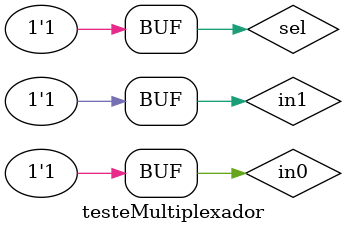
<source format=v>
`timescale 1ns / 1ps


module testeMultiplexador;
	reg sel;
	reg  in0;
	reg  in1;
	wire  out;

	// Instantiate the Unit Under Test (UUT)
	multiplexador uut (
		.sel(sel), 
		.in0(in0), 
		.in1(in1), 
		.out(out)
	);

	initial begin
		sel = 0;
		in0 = 0;
		in1 = 0;

		#100;
        
		// Add stimulus here
		$monitor("in0: %b, in1: %b, sel: %b, OUT: %b", in0, in1, sel, out); 
		in1 = 0;
		in0 = 0;
		sel = 0; 
		#5 in0 = 0;
		in1 = 0; 
		sel = 1; 
		#5 in0 = 0;
		in1 = 1;
		sel = 0;
		#5 in0 = 0;
		in1 = 1; 
		sel = 1;
		#5 in0 = 1;
		in1 = 0;
		sel = 0; 
		#5 in0 = 1; 
		in1 = 0;
		sel = 1;
		#5 in0 = 1;
		in1 = 1;
		sel = 0;
		#5 in0 = 1;
		in1 = 1;
		sel = 1; 
		
		
	end

      
endmodule


</source>
